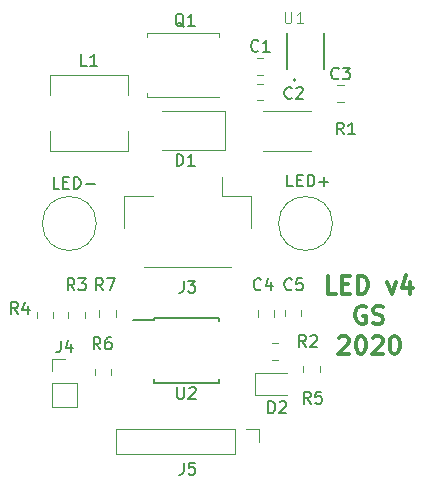
<source format=gbr>
%TF.GenerationSoftware,KiCad,Pcbnew,5.1.6+dfsg1-1*%
%TF.CreationDate,2020-11-16T12:26:21+01:00*%
%TF.ProjectId,buck_3a_v4,6275636b-5f33-4615-9f76-342e6b696361,rev?*%
%TF.SameCoordinates,Original*%
%TF.FileFunction,Legend,Top*%
%TF.FilePolarity,Positive*%
%FSLAX46Y46*%
G04 Gerber Fmt 4.6, Leading zero omitted, Abs format (unit mm)*
G04 Created by KiCad (PCBNEW 5.1.6+dfsg1-1) date 2020-11-16 12:26:21*
%MOMM*%
%LPD*%
G01*
G04 APERTURE LIST*
%ADD10C,0.300000*%
%ADD11C,0.120000*%
%ADD12C,0.150000*%
%ADD13C,0.127000*%
%ADD14C,0.200000*%
%ADD15C,0.015000*%
G04 APERTURE END LIST*
D10*
X62578571Y-55928571D02*
X61864285Y-55928571D01*
X61864285Y-54428571D01*
X63078571Y-55142857D02*
X63578571Y-55142857D01*
X63792857Y-55928571D02*
X63078571Y-55928571D01*
X63078571Y-54428571D01*
X63792857Y-54428571D01*
X64435714Y-55928571D02*
X64435714Y-54428571D01*
X64792857Y-54428571D01*
X65007142Y-54500000D01*
X65150000Y-54642857D01*
X65221428Y-54785714D01*
X65292857Y-55071428D01*
X65292857Y-55285714D01*
X65221428Y-55571428D01*
X65150000Y-55714285D01*
X65007142Y-55857142D01*
X64792857Y-55928571D01*
X64435714Y-55928571D01*
X66935714Y-54928571D02*
X67292857Y-55928571D01*
X67650000Y-54928571D01*
X68864285Y-54928571D02*
X68864285Y-55928571D01*
X68507142Y-54357142D02*
X68150000Y-55428571D01*
X69078571Y-55428571D01*
X65078571Y-57050000D02*
X64935714Y-56978571D01*
X64721428Y-56978571D01*
X64507142Y-57050000D01*
X64364285Y-57192857D01*
X64292857Y-57335714D01*
X64221428Y-57621428D01*
X64221428Y-57835714D01*
X64292857Y-58121428D01*
X64364285Y-58264285D01*
X64507142Y-58407142D01*
X64721428Y-58478571D01*
X64864285Y-58478571D01*
X65078571Y-58407142D01*
X65150000Y-58335714D01*
X65150000Y-57835714D01*
X64864285Y-57835714D01*
X65721428Y-58407142D02*
X65935714Y-58478571D01*
X66292857Y-58478571D01*
X66435714Y-58407142D01*
X66507142Y-58335714D01*
X66578571Y-58192857D01*
X66578571Y-58050000D01*
X66507142Y-57907142D01*
X66435714Y-57835714D01*
X66292857Y-57764285D01*
X66007142Y-57692857D01*
X65864285Y-57621428D01*
X65792857Y-57550000D01*
X65721428Y-57407142D01*
X65721428Y-57264285D01*
X65792857Y-57121428D01*
X65864285Y-57050000D01*
X66007142Y-56978571D01*
X66364285Y-56978571D01*
X66578571Y-57050000D01*
X62828571Y-59671428D02*
X62900000Y-59600000D01*
X63042857Y-59528571D01*
X63400000Y-59528571D01*
X63542857Y-59600000D01*
X63614285Y-59671428D01*
X63685714Y-59814285D01*
X63685714Y-59957142D01*
X63614285Y-60171428D01*
X62757142Y-61028571D01*
X63685714Y-61028571D01*
X64614285Y-59528571D02*
X64757142Y-59528571D01*
X64900000Y-59600000D01*
X64971428Y-59671428D01*
X65042857Y-59814285D01*
X65114285Y-60100000D01*
X65114285Y-60457142D01*
X65042857Y-60742857D01*
X64971428Y-60885714D01*
X64900000Y-60957142D01*
X64757142Y-61028571D01*
X64614285Y-61028571D01*
X64471428Y-60957142D01*
X64400000Y-60885714D01*
X64328571Y-60742857D01*
X64257142Y-60457142D01*
X64257142Y-60100000D01*
X64328571Y-59814285D01*
X64400000Y-59671428D01*
X64471428Y-59600000D01*
X64614285Y-59528571D01*
X65685714Y-59671428D02*
X65757142Y-59600000D01*
X65900000Y-59528571D01*
X66257142Y-59528571D01*
X66400000Y-59600000D01*
X66471428Y-59671428D01*
X66542857Y-59814285D01*
X66542857Y-59957142D01*
X66471428Y-60171428D01*
X65614285Y-61028571D01*
X66542857Y-61028571D01*
X67471428Y-59528571D02*
X67614285Y-59528571D01*
X67757142Y-59600000D01*
X67828571Y-59671428D01*
X67900000Y-59814285D01*
X67971428Y-60100000D01*
X67971428Y-60457142D01*
X67900000Y-60742857D01*
X67828571Y-60885714D01*
X67757142Y-60957142D01*
X67614285Y-61028571D01*
X67471428Y-61028571D01*
X67328571Y-60957142D01*
X67257142Y-60885714D01*
X67185714Y-60742857D01*
X67114285Y-60457142D01*
X67114285Y-60100000D01*
X67185714Y-59814285D01*
X67257142Y-59671428D01*
X67328571Y-59600000D01*
X67471428Y-59528571D01*
D11*
%TO.C,LED+*%
X62286000Y-50000000D02*
G75*
G03*
X62286000Y-50000000I-2286000J0D01*
G01*
%TO.C,LED-*%
X42286000Y-50000000D02*
G75*
G03*
X42286000Y-50000000I-2286000J0D01*
G01*
%TO.C,J3*%
X53690000Y-53660000D02*
X46310000Y-53660000D01*
X44640000Y-47640000D02*
X47090000Y-47640000D01*
X44640000Y-50390000D02*
X44640000Y-47640000D01*
X52910000Y-47640000D02*
X52910000Y-46050000D01*
X55360000Y-47640000D02*
X52910000Y-47640000D01*
X55360000Y-50390000D02*
X55360000Y-47640000D01*
%TO.C,L1*%
X44956000Y-37440000D02*
X44956000Y-39140000D01*
X38356000Y-37440000D02*
X44956000Y-37440000D01*
X38356000Y-39140000D02*
X38356000Y-37440000D01*
X38356000Y-43840000D02*
X38356000Y-42140000D01*
X44956000Y-43840000D02*
X38356000Y-43840000D01*
X44956000Y-42140000D02*
X44956000Y-43840000D01*
%TO.C,J5*%
X56056000Y-67406000D02*
X56056000Y-68466000D01*
X54996000Y-67406000D02*
X56056000Y-67406000D01*
X53996000Y-67406000D02*
X53996000Y-69526000D01*
X53996000Y-69526000D02*
X43936000Y-69526000D01*
X53996000Y-67406000D02*
X43936000Y-67406000D01*
X43936000Y-67406000D02*
X43936000Y-69526000D01*
%TO.C,J4*%
X38536000Y-61456000D02*
X39596000Y-61456000D01*
X38536000Y-62516000D02*
X38536000Y-61456000D01*
X38536000Y-63516000D02*
X40656000Y-63516000D01*
X40656000Y-63516000D02*
X40656000Y-65576000D01*
X38536000Y-63516000D02*
X38536000Y-65576000D01*
X38536000Y-65576000D02*
X40656000Y-65576000D01*
D12*
%TO.C,U2*%
X47146000Y-58166000D02*
X45396000Y-58166000D01*
X47146000Y-63471000D02*
X52646000Y-63471000D01*
X47146000Y-57961000D02*
X52646000Y-57961000D01*
X47146000Y-63471000D02*
X47146000Y-63171000D01*
X52646000Y-63471000D02*
X52646000Y-63171000D01*
X52646000Y-57961000D02*
X52646000Y-58261000D01*
X47146000Y-57961000D02*
X47146000Y-58166000D01*
D13*
%TO.C,U1*%
X61550000Y-36950000D02*
X61550000Y-33850000D01*
X58450000Y-36950000D02*
X58450000Y-33850000D01*
D14*
X59150000Y-37845000D02*
G75*
G03*
X59150000Y-37845000I-100000J0D01*
G01*
D11*
%TO.C,R7*%
X42536000Y-57357422D02*
X42536000Y-57874578D01*
X43956000Y-57357422D02*
X43956000Y-57874578D01*
%TO.C,R6*%
X43556000Y-62837078D02*
X43556000Y-62319922D01*
X42136000Y-62837078D02*
X42136000Y-62319922D01*
%TO.C,R5*%
X61210000Y-62596078D02*
X61210000Y-62078922D01*
X59790000Y-62596078D02*
X59790000Y-62078922D01*
%TO.C,R4*%
X38656000Y-57974578D02*
X38656000Y-57457422D01*
X37236000Y-57974578D02*
X37236000Y-57457422D01*
%TO.C,R3*%
X39886000Y-57457422D02*
X39886000Y-57974578D01*
X41306000Y-57457422D02*
X41306000Y-57974578D01*
%TO.C,R2*%
X57704578Y-60106000D02*
X57187422Y-60106000D01*
X57704578Y-61526000D02*
X57187422Y-61526000D01*
%TO.C,R1*%
X60472064Y-40454000D02*
X56367936Y-40454000D01*
X60472064Y-43874000D02*
X56367936Y-43874000D01*
%TO.C,Q1*%
X46540000Y-38961000D02*
X46540000Y-39261000D01*
X46540000Y-34191000D02*
X46540000Y-33891000D01*
X52660000Y-34241000D02*
X52660000Y-33891000D01*
X46540000Y-39261000D02*
X52660000Y-39261000D01*
X46540000Y-33891000D02*
X52660000Y-33891000D01*
%TO.C,D2*%
X55752500Y-64560000D02*
X58437500Y-64560000D01*
X55752500Y-62640000D02*
X55752500Y-64560000D01*
X58437500Y-62640000D02*
X55752500Y-62640000D01*
%TO.C,D1*%
X53216000Y-43814000D02*
X47816000Y-43814000D01*
X53216000Y-40514000D02*
X47816000Y-40514000D01*
X53216000Y-43814000D02*
X53216000Y-40514000D01*
%TO.C,C5*%
X59656000Y-57837078D02*
X59656000Y-57319922D01*
X58236000Y-57837078D02*
X58236000Y-57319922D01*
%TO.C,C4*%
X57356000Y-57874578D02*
X57356000Y-57357422D01*
X55936000Y-57874578D02*
X55936000Y-57357422D01*
%TO.C,C3*%
X62703922Y-39710000D02*
X63221078Y-39710000D01*
X62703922Y-38290000D02*
X63221078Y-38290000D01*
%TO.C,C2*%
X56396078Y-35990000D02*
X55878922Y-35990000D01*
X56396078Y-37410000D02*
X55878922Y-37410000D01*
%TO.C,C1*%
X55903922Y-39572000D02*
X56421078Y-39572000D01*
X55903922Y-38152000D02*
X56421078Y-38152000D01*
%TO.C,LED+*%
D12*
X58938095Y-46852380D02*
X58461904Y-46852380D01*
X58461904Y-45852380D01*
X59271428Y-46328571D02*
X59604761Y-46328571D01*
X59747619Y-46852380D02*
X59271428Y-46852380D01*
X59271428Y-45852380D01*
X59747619Y-45852380D01*
X60176190Y-46852380D02*
X60176190Y-45852380D01*
X60414285Y-45852380D01*
X60557142Y-45900000D01*
X60652380Y-45995238D01*
X60700000Y-46090476D01*
X60747619Y-46280952D01*
X60747619Y-46423809D01*
X60700000Y-46614285D01*
X60652380Y-46709523D01*
X60557142Y-46804761D01*
X60414285Y-46852380D01*
X60176190Y-46852380D01*
X61176190Y-46471428D02*
X61938095Y-46471428D01*
X61557142Y-46852380D02*
X61557142Y-46090476D01*
%TO.C,LED-*%
X39138095Y-47052380D02*
X38661904Y-47052380D01*
X38661904Y-46052380D01*
X39471428Y-46528571D02*
X39804761Y-46528571D01*
X39947619Y-47052380D02*
X39471428Y-47052380D01*
X39471428Y-46052380D01*
X39947619Y-46052380D01*
X40376190Y-47052380D02*
X40376190Y-46052380D01*
X40614285Y-46052380D01*
X40757142Y-46100000D01*
X40852380Y-46195238D01*
X40900000Y-46290476D01*
X40947619Y-46480952D01*
X40947619Y-46623809D01*
X40900000Y-46814285D01*
X40852380Y-46909523D01*
X40757142Y-47004761D01*
X40614285Y-47052380D01*
X40376190Y-47052380D01*
X41376190Y-46671428D02*
X42138095Y-46671428D01*
%TO.C,J3*%
X49666666Y-54852380D02*
X49666666Y-55566666D01*
X49619047Y-55709523D01*
X49523809Y-55804761D01*
X49380952Y-55852380D01*
X49285714Y-55852380D01*
X50047619Y-54852380D02*
X50666666Y-54852380D01*
X50333333Y-55233333D01*
X50476190Y-55233333D01*
X50571428Y-55280952D01*
X50619047Y-55328571D01*
X50666666Y-55423809D01*
X50666666Y-55661904D01*
X50619047Y-55757142D01*
X50571428Y-55804761D01*
X50476190Y-55852380D01*
X50190476Y-55852380D01*
X50095238Y-55804761D01*
X50047619Y-55757142D01*
%TO.C,L1*%
X41489333Y-36642380D02*
X41013142Y-36642380D01*
X41013142Y-35642380D01*
X42346476Y-36642380D02*
X41775047Y-36642380D01*
X42060761Y-36642380D02*
X42060761Y-35642380D01*
X41965523Y-35785238D01*
X41870285Y-35880476D01*
X41775047Y-35928095D01*
%TO.C,J5*%
X49666666Y-70252380D02*
X49666666Y-70966666D01*
X49619047Y-71109523D01*
X49523809Y-71204761D01*
X49380952Y-71252380D01*
X49285714Y-71252380D01*
X50619047Y-70252380D02*
X50142857Y-70252380D01*
X50095238Y-70728571D01*
X50142857Y-70680952D01*
X50238095Y-70633333D01*
X50476190Y-70633333D01*
X50571428Y-70680952D01*
X50619047Y-70728571D01*
X50666666Y-70823809D01*
X50666666Y-71061904D01*
X50619047Y-71157142D01*
X50571428Y-71204761D01*
X50476190Y-71252380D01*
X50238095Y-71252380D01*
X50142857Y-71204761D01*
X50095238Y-71157142D01*
%TO.C,J4*%
X39262666Y-59908380D02*
X39262666Y-60622666D01*
X39215047Y-60765523D01*
X39119809Y-60860761D01*
X38976952Y-60908380D01*
X38881714Y-60908380D01*
X40167428Y-60241714D02*
X40167428Y-60908380D01*
X39929333Y-59860761D02*
X39691238Y-60575047D01*
X40310285Y-60575047D01*
%TO.C,U2*%
X49134095Y-63852380D02*
X49134095Y-64661904D01*
X49181714Y-64757142D01*
X49229333Y-64804761D01*
X49324571Y-64852380D01*
X49515047Y-64852380D01*
X49610285Y-64804761D01*
X49657904Y-64757142D01*
X49705523Y-64661904D01*
X49705523Y-63852380D01*
X50134095Y-63947619D02*
X50181714Y-63900000D01*
X50276952Y-63852380D01*
X50515047Y-63852380D01*
X50610285Y-63900000D01*
X50657904Y-63947619D01*
X50705523Y-64042857D01*
X50705523Y-64138095D01*
X50657904Y-64280952D01*
X50086476Y-64852380D01*
X50705523Y-64852380D01*
%TO.C,U1*%
D15*
X58238095Y-32052380D02*
X58238095Y-32861904D01*
X58285714Y-32957142D01*
X58333333Y-33004761D01*
X58428571Y-33052380D01*
X58619047Y-33052380D01*
X58714285Y-33004761D01*
X58761904Y-32957142D01*
X58809523Y-32861904D01*
X58809523Y-32052380D01*
X59809523Y-33052380D02*
X59238095Y-33052380D01*
X59523809Y-33052380D02*
X59523809Y-32052380D01*
X59428571Y-32195238D01*
X59333333Y-32290476D01*
X59238095Y-32338095D01*
%TO.C,R7*%
D12*
X42833333Y-55652380D02*
X42500000Y-55176190D01*
X42261904Y-55652380D02*
X42261904Y-54652380D01*
X42642857Y-54652380D01*
X42738095Y-54700000D01*
X42785714Y-54747619D01*
X42833333Y-54842857D01*
X42833333Y-54985714D01*
X42785714Y-55080952D01*
X42738095Y-55128571D01*
X42642857Y-55176190D01*
X42261904Y-55176190D01*
X43166666Y-54652380D02*
X43833333Y-54652380D01*
X43404761Y-55652380D01*
%TO.C,R6*%
X42633333Y-60652380D02*
X42300000Y-60176190D01*
X42061904Y-60652380D02*
X42061904Y-59652380D01*
X42442857Y-59652380D01*
X42538095Y-59700000D01*
X42585714Y-59747619D01*
X42633333Y-59842857D01*
X42633333Y-59985714D01*
X42585714Y-60080952D01*
X42538095Y-60128571D01*
X42442857Y-60176190D01*
X42061904Y-60176190D01*
X43490476Y-59652380D02*
X43300000Y-59652380D01*
X43204761Y-59700000D01*
X43157142Y-59747619D01*
X43061904Y-59890476D01*
X43014285Y-60080952D01*
X43014285Y-60461904D01*
X43061904Y-60557142D01*
X43109523Y-60604761D01*
X43204761Y-60652380D01*
X43395238Y-60652380D01*
X43490476Y-60604761D01*
X43538095Y-60557142D01*
X43585714Y-60461904D01*
X43585714Y-60223809D01*
X43538095Y-60128571D01*
X43490476Y-60080952D01*
X43395238Y-60033333D01*
X43204761Y-60033333D01*
X43109523Y-60080952D01*
X43061904Y-60128571D01*
X43014285Y-60223809D01*
%TO.C,R5*%
X60433333Y-65252380D02*
X60100000Y-64776190D01*
X59861904Y-65252380D02*
X59861904Y-64252380D01*
X60242857Y-64252380D01*
X60338095Y-64300000D01*
X60385714Y-64347619D01*
X60433333Y-64442857D01*
X60433333Y-64585714D01*
X60385714Y-64680952D01*
X60338095Y-64728571D01*
X60242857Y-64776190D01*
X59861904Y-64776190D01*
X61338095Y-64252380D02*
X60861904Y-64252380D01*
X60814285Y-64728571D01*
X60861904Y-64680952D01*
X60957142Y-64633333D01*
X61195238Y-64633333D01*
X61290476Y-64680952D01*
X61338095Y-64728571D01*
X61385714Y-64823809D01*
X61385714Y-65061904D01*
X61338095Y-65157142D01*
X61290476Y-65204761D01*
X61195238Y-65252380D01*
X60957142Y-65252380D01*
X60861904Y-65204761D01*
X60814285Y-65157142D01*
%TO.C,R4*%
X35633333Y-57652380D02*
X35300000Y-57176190D01*
X35061904Y-57652380D02*
X35061904Y-56652380D01*
X35442857Y-56652380D01*
X35538095Y-56700000D01*
X35585714Y-56747619D01*
X35633333Y-56842857D01*
X35633333Y-56985714D01*
X35585714Y-57080952D01*
X35538095Y-57128571D01*
X35442857Y-57176190D01*
X35061904Y-57176190D01*
X36490476Y-56985714D02*
X36490476Y-57652380D01*
X36252380Y-56604761D02*
X36014285Y-57319047D01*
X36633333Y-57319047D01*
%TO.C,R3*%
X40433333Y-55652380D02*
X40100000Y-55176190D01*
X39861904Y-55652380D02*
X39861904Y-54652380D01*
X40242857Y-54652380D01*
X40338095Y-54700000D01*
X40385714Y-54747619D01*
X40433333Y-54842857D01*
X40433333Y-54985714D01*
X40385714Y-55080952D01*
X40338095Y-55128571D01*
X40242857Y-55176190D01*
X39861904Y-55176190D01*
X40766666Y-54652380D02*
X41385714Y-54652380D01*
X41052380Y-55033333D01*
X41195238Y-55033333D01*
X41290476Y-55080952D01*
X41338095Y-55128571D01*
X41385714Y-55223809D01*
X41385714Y-55461904D01*
X41338095Y-55557142D01*
X41290476Y-55604761D01*
X41195238Y-55652380D01*
X40909523Y-55652380D01*
X40814285Y-55604761D01*
X40766666Y-55557142D01*
%TO.C,R2*%
X60033333Y-60452380D02*
X59700000Y-59976190D01*
X59461904Y-60452380D02*
X59461904Y-59452380D01*
X59842857Y-59452380D01*
X59938095Y-59500000D01*
X59985714Y-59547619D01*
X60033333Y-59642857D01*
X60033333Y-59785714D01*
X59985714Y-59880952D01*
X59938095Y-59928571D01*
X59842857Y-59976190D01*
X59461904Y-59976190D01*
X60414285Y-59547619D02*
X60461904Y-59500000D01*
X60557142Y-59452380D01*
X60795238Y-59452380D01*
X60890476Y-59500000D01*
X60938095Y-59547619D01*
X60985714Y-59642857D01*
X60985714Y-59738095D01*
X60938095Y-59880952D01*
X60366666Y-60452380D01*
X60985714Y-60452380D01*
%TO.C,R1*%
X63233333Y-42452380D02*
X62900000Y-41976190D01*
X62661904Y-42452380D02*
X62661904Y-41452380D01*
X63042857Y-41452380D01*
X63138095Y-41500000D01*
X63185714Y-41547619D01*
X63233333Y-41642857D01*
X63233333Y-41785714D01*
X63185714Y-41880952D01*
X63138095Y-41928571D01*
X63042857Y-41976190D01*
X62661904Y-41976190D01*
X64185714Y-42452380D02*
X63614285Y-42452380D01*
X63900000Y-42452380D02*
X63900000Y-41452380D01*
X63804761Y-41595238D01*
X63709523Y-41690476D01*
X63614285Y-41738095D01*
%TO.C,Q1*%
X49704761Y-33347619D02*
X49609523Y-33300000D01*
X49514285Y-33204761D01*
X49371428Y-33061904D01*
X49276190Y-33014285D01*
X49180952Y-33014285D01*
X49228571Y-33252380D02*
X49133333Y-33204761D01*
X49038095Y-33109523D01*
X48990476Y-32919047D01*
X48990476Y-32585714D01*
X49038095Y-32395238D01*
X49133333Y-32300000D01*
X49228571Y-32252380D01*
X49419047Y-32252380D01*
X49514285Y-32300000D01*
X49609523Y-32395238D01*
X49657142Y-32585714D01*
X49657142Y-32919047D01*
X49609523Y-33109523D01*
X49514285Y-33204761D01*
X49419047Y-33252380D01*
X49228571Y-33252380D01*
X50609523Y-33252380D02*
X50038095Y-33252380D01*
X50323809Y-33252380D02*
X50323809Y-32252380D01*
X50228571Y-32395238D01*
X50133333Y-32490476D01*
X50038095Y-32538095D01*
%TO.C,D2*%
X56861904Y-66052380D02*
X56861904Y-65052380D01*
X57100000Y-65052380D01*
X57242857Y-65100000D01*
X57338095Y-65195238D01*
X57385714Y-65290476D01*
X57433333Y-65480952D01*
X57433333Y-65623809D01*
X57385714Y-65814285D01*
X57338095Y-65909523D01*
X57242857Y-66004761D01*
X57100000Y-66052380D01*
X56861904Y-66052380D01*
X57814285Y-65147619D02*
X57861904Y-65100000D01*
X57957142Y-65052380D01*
X58195238Y-65052380D01*
X58290476Y-65100000D01*
X58338095Y-65147619D01*
X58385714Y-65242857D01*
X58385714Y-65338095D01*
X58338095Y-65480952D01*
X57766666Y-66052380D01*
X58385714Y-66052380D01*
%TO.C,D1*%
X49077904Y-45116380D02*
X49077904Y-44116380D01*
X49316000Y-44116380D01*
X49458857Y-44164000D01*
X49554095Y-44259238D01*
X49601714Y-44354476D01*
X49649333Y-44544952D01*
X49649333Y-44687809D01*
X49601714Y-44878285D01*
X49554095Y-44973523D01*
X49458857Y-45068761D01*
X49316000Y-45116380D01*
X49077904Y-45116380D01*
X50601714Y-45116380D02*
X50030285Y-45116380D01*
X50316000Y-45116380D02*
X50316000Y-44116380D01*
X50220761Y-44259238D01*
X50125523Y-44354476D01*
X50030285Y-44402095D01*
%TO.C,C5*%
X58833333Y-55557142D02*
X58785714Y-55604761D01*
X58642857Y-55652380D01*
X58547619Y-55652380D01*
X58404761Y-55604761D01*
X58309523Y-55509523D01*
X58261904Y-55414285D01*
X58214285Y-55223809D01*
X58214285Y-55080952D01*
X58261904Y-54890476D01*
X58309523Y-54795238D01*
X58404761Y-54700000D01*
X58547619Y-54652380D01*
X58642857Y-54652380D01*
X58785714Y-54700000D01*
X58833333Y-54747619D01*
X59738095Y-54652380D02*
X59261904Y-54652380D01*
X59214285Y-55128571D01*
X59261904Y-55080952D01*
X59357142Y-55033333D01*
X59595238Y-55033333D01*
X59690476Y-55080952D01*
X59738095Y-55128571D01*
X59785714Y-55223809D01*
X59785714Y-55461904D01*
X59738095Y-55557142D01*
X59690476Y-55604761D01*
X59595238Y-55652380D01*
X59357142Y-55652380D01*
X59261904Y-55604761D01*
X59214285Y-55557142D01*
%TO.C,C4*%
X56233333Y-55557142D02*
X56185714Y-55604761D01*
X56042857Y-55652380D01*
X55947619Y-55652380D01*
X55804761Y-55604761D01*
X55709523Y-55509523D01*
X55661904Y-55414285D01*
X55614285Y-55223809D01*
X55614285Y-55080952D01*
X55661904Y-54890476D01*
X55709523Y-54795238D01*
X55804761Y-54700000D01*
X55947619Y-54652380D01*
X56042857Y-54652380D01*
X56185714Y-54700000D01*
X56233333Y-54747619D01*
X57090476Y-54985714D02*
X57090476Y-55652380D01*
X56852380Y-54604761D02*
X56614285Y-55319047D01*
X57233333Y-55319047D01*
%TO.C,C3*%
X62795833Y-37707142D02*
X62748214Y-37754761D01*
X62605357Y-37802380D01*
X62510119Y-37802380D01*
X62367261Y-37754761D01*
X62272023Y-37659523D01*
X62224404Y-37564285D01*
X62176785Y-37373809D01*
X62176785Y-37230952D01*
X62224404Y-37040476D01*
X62272023Y-36945238D01*
X62367261Y-36850000D01*
X62510119Y-36802380D01*
X62605357Y-36802380D01*
X62748214Y-36850000D01*
X62795833Y-36897619D01*
X63129166Y-36802380D02*
X63748214Y-36802380D01*
X63414880Y-37183333D01*
X63557738Y-37183333D01*
X63652976Y-37230952D01*
X63700595Y-37278571D01*
X63748214Y-37373809D01*
X63748214Y-37611904D01*
X63700595Y-37707142D01*
X63652976Y-37754761D01*
X63557738Y-37802380D01*
X63272023Y-37802380D01*
X63176785Y-37754761D01*
X63129166Y-37707142D01*
%TO.C,C2*%
X58833333Y-39357142D02*
X58785714Y-39404761D01*
X58642857Y-39452380D01*
X58547619Y-39452380D01*
X58404761Y-39404761D01*
X58309523Y-39309523D01*
X58261904Y-39214285D01*
X58214285Y-39023809D01*
X58214285Y-38880952D01*
X58261904Y-38690476D01*
X58309523Y-38595238D01*
X58404761Y-38500000D01*
X58547619Y-38452380D01*
X58642857Y-38452380D01*
X58785714Y-38500000D01*
X58833333Y-38547619D01*
X59214285Y-38547619D02*
X59261904Y-38500000D01*
X59357142Y-38452380D01*
X59595238Y-38452380D01*
X59690476Y-38500000D01*
X59738095Y-38547619D01*
X59785714Y-38642857D01*
X59785714Y-38738095D01*
X59738095Y-38880952D01*
X59166666Y-39452380D01*
X59785714Y-39452380D01*
%TO.C,C1*%
X55995833Y-35357142D02*
X55948214Y-35404761D01*
X55805357Y-35452380D01*
X55710119Y-35452380D01*
X55567261Y-35404761D01*
X55472023Y-35309523D01*
X55424404Y-35214285D01*
X55376785Y-35023809D01*
X55376785Y-34880952D01*
X55424404Y-34690476D01*
X55472023Y-34595238D01*
X55567261Y-34500000D01*
X55710119Y-34452380D01*
X55805357Y-34452380D01*
X55948214Y-34500000D01*
X55995833Y-34547619D01*
X56948214Y-35452380D02*
X56376785Y-35452380D01*
X56662500Y-35452380D02*
X56662500Y-34452380D01*
X56567261Y-34595238D01*
X56472023Y-34690476D01*
X56376785Y-34738095D01*
%TD*%
M02*

</source>
